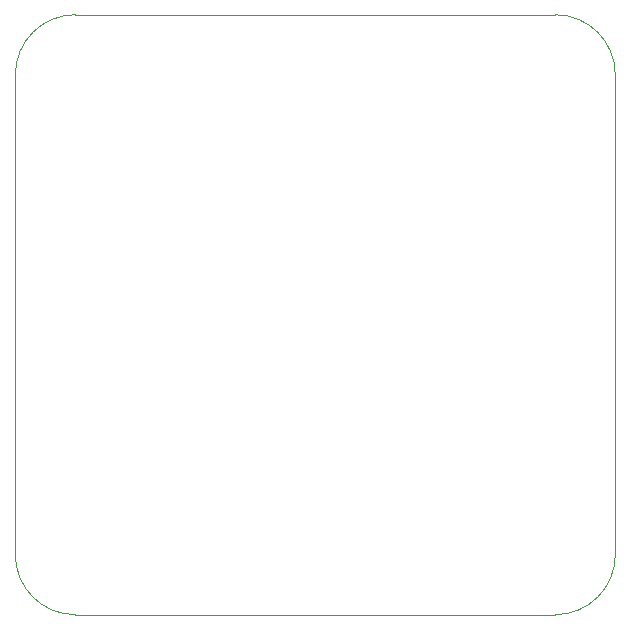
<source format=gbr>
G04 #@! TF.GenerationSoftware,KiCad,Pcbnew,8.0.6*
G04 #@! TF.CreationDate,2025-01-16T18:06:10-08:00*
G04 #@! TF.ProjectId,levitas_daughterboard,6c657669-7461-4735-9f64-617567687465,rev?*
G04 #@! TF.SameCoordinates,Original*
G04 #@! TF.FileFunction,Profile,NP*
%FSLAX46Y46*%
G04 Gerber Fmt 4.6, Leading zero omitted, Abs format (unit mm)*
G04 Created by KiCad (PCBNEW 8.0.6) date 2025-01-16 18:06:10*
%MOMM*%
%LPD*%
G01*
G04 APERTURE LIST*
G04 #@! TA.AperFunction,Profile*
%ADD10C,0.050000*%
G04 #@! TD*
G04 APERTURE END LIST*
D10*
X170180000Y-109220000D02*
X170180000Y-68580000D01*
X119380000Y-68580000D02*
G75*
G02*
X124460000Y-63500000I5080000J0D01*
G01*
X124460000Y-63500000D02*
X165100000Y-63500000D01*
X165100000Y-63500000D02*
G75*
G02*
X170180000Y-68580000I0J-5080000D01*
G01*
X170180000Y-109220000D02*
G75*
G02*
X165100000Y-114300000I-5080000J0D01*
G01*
X124460000Y-114300000D02*
X165100000Y-114300000D01*
X119380000Y-68580000D02*
X119380000Y-109220000D01*
X124460000Y-114300000D02*
G75*
G02*
X119380000Y-109220000I0J5080000D01*
G01*
M02*

</source>
